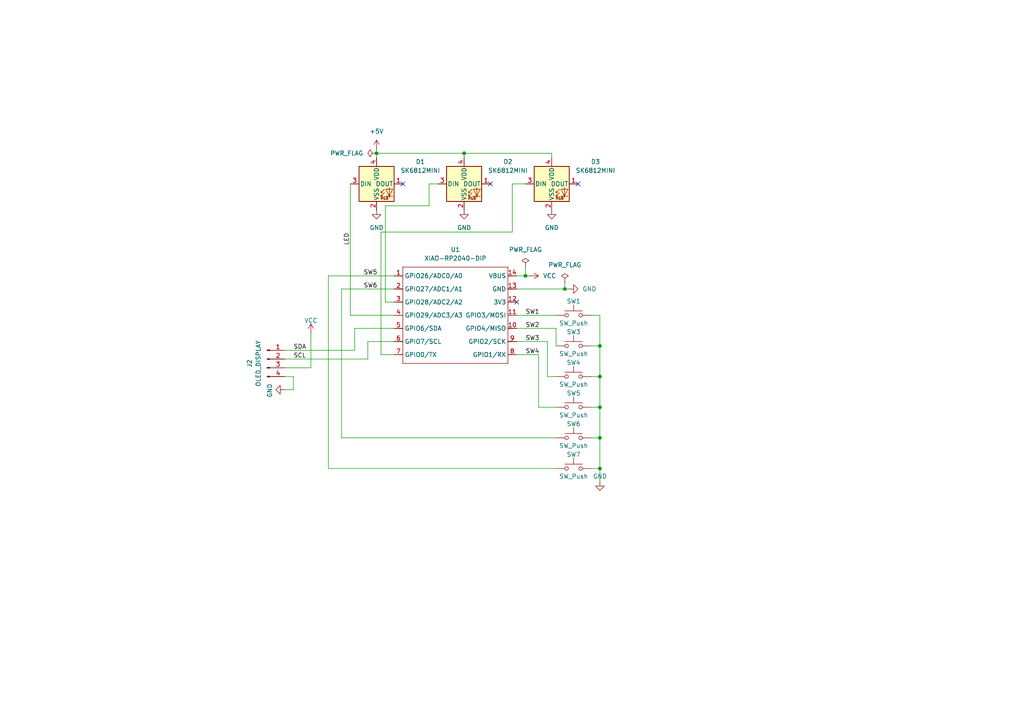
<source format=kicad_sch>
(kicad_sch
	(version 20250114)
	(generator "eeschema")
	(generator_version "9.0")
	(uuid "55378442-19b5-4573-bba2-3f9fadfc9eb7")
	(paper "A4")
	(lib_symbols
		(symbol "Connector:Conn_01x04_Pin"
			(pin_names
				(offset 1.016)
				(hide yes)
			)
			(exclude_from_sim no)
			(in_bom yes)
			(on_board yes)
			(property "Reference" "J"
				(at 0 5.08 0)
				(effects
					(font
						(size 1.27 1.27)
					)
				)
			)
			(property "Value" "Conn_01x04_Pin"
				(at 0 -7.62 0)
				(effects
					(font
						(size 1.27 1.27)
					)
				)
			)
			(property "Footprint" ""
				(at 0 0 0)
				(effects
					(font
						(size 1.27 1.27)
					)
					(hide yes)
				)
			)
			(property "Datasheet" "~"
				(at 0 0 0)
				(effects
					(font
						(size 1.27 1.27)
					)
					(hide yes)
				)
			)
			(property "Description" "Generic connector, single row, 01x04, script generated"
				(at 0 0 0)
				(effects
					(font
						(size 1.27 1.27)
					)
					(hide yes)
				)
			)
			(property "ki_locked" ""
				(at 0 0 0)
				(effects
					(font
						(size 1.27 1.27)
					)
				)
			)
			(property "ki_keywords" "connector"
				(at 0 0 0)
				(effects
					(font
						(size 1.27 1.27)
					)
					(hide yes)
				)
			)
			(property "ki_fp_filters" "Connector*:*_1x??_*"
				(at 0 0 0)
				(effects
					(font
						(size 1.27 1.27)
					)
					(hide yes)
				)
			)
			(symbol "Conn_01x04_Pin_1_1"
				(rectangle
					(start 0.8636 2.667)
					(end 0 2.413)
					(stroke
						(width 0.1524)
						(type default)
					)
					(fill
						(type outline)
					)
				)
				(rectangle
					(start 0.8636 0.127)
					(end 0 -0.127)
					(stroke
						(width 0.1524)
						(type default)
					)
					(fill
						(type outline)
					)
				)
				(rectangle
					(start 0.8636 -2.413)
					(end 0 -2.667)
					(stroke
						(width 0.1524)
						(type default)
					)
					(fill
						(type outline)
					)
				)
				(rectangle
					(start 0.8636 -4.953)
					(end 0 -5.207)
					(stroke
						(width 0.1524)
						(type default)
					)
					(fill
						(type outline)
					)
				)
				(polyline
					(pts
						(xy 1.27 2.54) (xy 0.8636 2.54)
					)
					(stroke
						(width 0.1524)
						(type default)
					)
					(fill
						(type none)
					)
				)
				(polyline
					(pts
						(xy 1.27 0) (xy 0.8636 0)
					)
					(stroke
						(width 0.1524)
						(type default)
					)
					(fill
						(type none)
					)
				)
				(polyline
					(pts
						(xy 1.27 -2.54) (xy 0.8636 -2.54)
					)
					(stroke
						(width 0.1524)
						(type default)
					)
					(fill
						(type none)
					)
				)
				(polyline
					(pts
						(xy 1.27 -5.08) (xy 0.8636 -5.08)
					)
					(stroke
						(width 0.1524)
						(type default)
					)
					(fill
						(type none)
					)
				)
				(pin passive line
					(at 5.08 2.54 180)
					(length 3.81)
					(name "Pin_1"
						(effects
							(font
								(size 1.27 1.27)
							)
						)
					)
					(number "1"
						(effects
							(font
								(size 1.27 1.27)
							)
						)
					)
				)
				(pin passive line
					(at 5.08 0 180)
					(length 3.81)
					(name "Pin_2"
						(effects
							(font
								(size 1.27 1.27)
							)
						)
					)
					(number "2"
						(effects
							(font
								(size 1.27 1.27)
							)
						)
					)
				)
				(pin passive line
					(at 5.08 -2.54 180)
					(length 3.81)
					(name "Pin_3"
						(effects
							(font
								(size 1.27 1.27)
							)
						)
					)
					(number "3"
						(effects
							(font
								(size 1.27 1.27)
							)
						)
					)
				)
				(pin passive line
					(at 5.08 -5.08 180)
					(length 3.81)
					(name "Pin_4"
						(effects
							(font
								(size 1.27 1.27)
							)
						)
					)
					(number "4"
						(effects
							(font
								(size 1.27 1.27)
							)
						)
					)
				)
			)
			(embedded_fonts no)
		)
		(symbol "LED:SK6812MINI"
			(pin_names
				(offset 0.254)
			)
			(exclude_from_sim no)
			(in_bom yes)
			(on_board yes)
			(property "Reference" "D"
				(at 5.08 5.715 0)
				(effects
					(font
						(size 1.27 1.27)
					)
					(justify right bottom)
				)
			)
			(property "Value" "SK6812MINI"
				(at 1.27 -5.715 0)
				(effects
					(font
						(size 1.27 1.27)
					)
					(justify left top)
				)
			)
			(property "Footprint" "LED_SMD:LED_SK6812MINI_PLCC4_3.5x3.5mm_P1.75mm"
				(at 1.27 -7.62 0)
				(effects
					(font
						(size 1.27 1.27)
					)
					(justify left top)
					(hide yes)
				)
			)
			(property "Datasheet" "https://cdn-shop.adafruit.com/product-files/2686/SK6812MINI_REV.01-1-2.pdf"
				(at 2.54 -9.525 0)
				(effects
					(font
						(size 1.27 1.27)
					)
					(justify left top)
					(hide yes)
				)
			)
			(property "Description" "RGB LED with integrated controller"
				(at 0 0 0)
				(effects
					(font
						(size 1.27 1.27)
					)
					(hide yes)
				)
			)
			(property "ki_keywords" "RGB LED NeoPixel Mini addressable"
				(at 0 0 0)
				(effects
					(font
						(size 1.27 1.27)
					)
					(hide yes)
				)
			)
			(property "ki_fp_filters" "LED*SK6812MINI*PLCC*3.5x3.5mm*P1.75mm*"
				(at 0 0 0)
				(effects
					(font
						(size 1.27 1.27)
					)
					(hide yes)
				)
			)
			(symbol "SK6812MINI_0_0"
				(text "RGB"
					(at 2.286 -4.191 0)
					(effects
						(font
							(size 0.762 0.762)
						)
					)
				)
			)
			(symbol "SK6812MINI_0_1"
				(polyline
					(pts
						(xy 1.27 -2.54) (xy 1.778 -2.54)
					)
					(stroke
						(width 0)
						(type default)
					)
					(fill
						(type none)
					)
				)
				(polyline
					(pts
						(xy 1.27 -3.556) (xy 1.778 -3.556)
					)
					(stroke
						(width 0)
						(type default)
					)
					(fill
						(type none)
					)
				)
				(polyline
					(pts
						(xy 2.286 -1.524) (xy 1.27 -2.54) (xy 1.27 -2.032)
					)
					(stroke
						(width 0)
						(type default)
					)
					(fill
						(type none)
					)
				)
				(polyline
					(pts
						(xy 2.286 -2.54) (xy 1.27 -3.556) (xy 1.27 -3.048)
					)
					(stroke
						(width 0)
						(type default)
					)
					(fill
						(type none)
					)
				)
				(polyline
					(pts
						(xy 3.683 -1.016) (xy 3.683 -3.556) (xy 3.683 -4.064)
					)
					(stroke
						(width 0)
						(type default)
					)
					(fill
						(type none)
					)
				)
				(polyline
					(pts
						(xy 4.699 -1.524) (xy 2.667 -1.524) (xy 3.683 -3.556) (xy 4.699 -1.524)
					)
					(stroke
						(width 0)
						(type default)
					)
					(fill
						(type none)
					)
				)
				(polyline
					(pts
						(xy 4.699 -3.556) (xy 2.667 -3.556)
					)
					(stroke
						(width 0)
						(type default)
					)
					(fill
						(type none)
					)
				)
				(rectangle
					(start 5.08 5.08)
					(end -5.08 -5.08)
					(stroke
						(width 0.254)
						(type default)
					)
					(fill
						(type background)
					)
				)
			)
			(symbol "SK6812MINI_1_1"
				(pin input line
					(at -7.62 0 0)
					(length 2.54)
					(name "DIN"
						(effects
							(font
								(size 1.27 1.27)
							)
						)
					)
					(number "3"
						(effects
							(font
								(size 1.27 1.27)
							)
						)
					)
				)
				(pin power_in line
					(at 0 7.62 270)
					(length 2.54)
					(name "VDD"
						(effects
							(font
								(size 1.27 1.27)
							)
						)
					)
					(number "4"
						(effects
							(font
								(size 1.27 1.27)
							)
						)
					)
				)
				(pin power_in line
					(at 0 -7.62 90)
					(length 2.54)
					(name "VSS"
						(effects
							(font
								(size 1.27 1.27)
							)
						)
					)
					(number "2"
						(effects
							(font
								(size 1.27 1.27)
							)
						)
					)
				)
				(pin output line
					(at 7.62 0 180)
					(length 2.54)
					(name "DOUT"
						(effects
							(font
								(size 1.27 1.27)
							)
						)
					)
					(number "1"
						(effects
							(font
								(size 1.27 1.27)
							)
						)
					)
				)
			)
			(embedded_fonts no)
		)
		(symbol "OPL:XIAO-RP2040-DIP"
			(exclude_from_sim no)
			(in_bom yes)
			(on_board yes)
			(property "Reference" "U"
				(at 0 0 0)
				(effects
					(font
						(size 1.27 1.27)
					)
				)
			)
			(property "Value" "XIAO-RP2040-DIP"
				(at 5.334 -1.778 0)
				(effects
					(font
						(size 1.27 1.27)
					)
				)
			)
			(property "Footprint" "Module:MOUDLE14P-XIAO-DIP-SMD"
				(at 14.478 -32.258 0)
				(effects
					(font
						(size 1.27 1.27)
					)
					(hide yes)
				)
			)
			(property "Datasheet" ""
				(at 0 0 0)
				(effects
					(font
						(size 1.27 1.27)
					)
					(hide yes)
				)
			)
			(property "Description" ""
				(at 0 0 0)
				(effects
					(font
						(size 1.27 1.27)
					)
					(hide yes)
				)
			)
			(symbol "XIAO-RP2040-DIP_1_0"
				(polyline
					(pts
						(xy -1.27 -2.54) (xy 29.21 -2.54)
					)
					(stroke
						(width 0.1524)
						(type solid)
					)
					(fill
						(type none)
					)
				)
				(polyline
					(pts
						(xy -1.27 -5.08) (xy -2.54 -5.08)
					)
					(stroke
						(width 0.1524)
						(type solid)
					)
					(fill
						(type none)
					)
				)
				(polyline
					(pts
						(xy -1.27 -5.08) (xy -1.27 -2.54)
					)
					(stroke
						(width 0.1524)
						(type solid)
					)
					(fill
						(type none)
					)
				)
				(polyline
					(pts
						(xy -1.27 -8.89) (xy -2.54 -8.89)
					)
					(stroke
						(width 0.1524)
						(type solid)
					)
					(fill
						(type none)
					)
				)
				(polyline
					(pts
						(xy -1.27 -8.89) (xy -1.27 -5.08)
					)
					(stroke
						(width 0.1524)
						(type solid)
					)
					(fill
						(type none)
					)
				)
				(polyline
					(pts
						(xy -1.27 -12.7) (xy -2.54 -12.7)
					)
					(stroke
						(width 0.1524)
						(type solid)
					)
					(fill
						(type none)
					)
				)
				(polyline
					(pts
						(xy -1.27 -12.7) (xy -1.27 -8.89)
					)
					(stroke
						(width 0.1524)
						(type solid)
					)
					(fill
						(type none)
					)
				)
				(polyline
					(pts
						(xy -1.27 -16.51) (xy -2.54 -16.51)
					)
					(stroke
						(width 0.1524)
						(type solid)
					)
					(fill
						(type none)
					)
				)
				(polyline
					(pts
						(xy -1.27 -16.51) (xy -1.27 -12.7)
					)
					(stroke
						(width 0.1524)
						(type solid)
					)
					(fill
						(type none)
					)
				)
				(polyline
					(pts
						(xy -1.27 -20.32) (xy -2.54 -20.32)
					)
					(stroke
						(width 0.1524)
						(type solid)
					)
					(fill
						(type none)
					)
				)
				(polyline
					(pts
						(xy -1.27 -24.13) (xy -2.54 -24.13)
					)
					(stroke
						(width 0.1524)
						(type solid)
					)
					(fill
						(type none)
					)
				)
				(polyline
					(pts
						(xy -1.27 -27.94) (xy -2.54 -27.94)
					)
					(stroke
						(width 0.1524)
						(type solid)
					)
					(fill
						(type none)
					)
				)
				(polyline
					(pts
						(xy -1.27 -30.48) (xy -1.27 -16.51)
					)
					(stroke
						(width 0.1524)
						(type solid)
					)
					(fill
						(type none)
					)
				)
				(polyline
					(pts
						(xy 29.21 -2.54) (xy 29.21 -5.08)
					)
					(stroke
						(width 0.1524)
						(type solid)
					)
					(fill
						(type none)
					)
				)
				(polyline
					(pts
						(xy 29.21 -5.08) (xy 29.21 -8.89)
					)
					(stroke
						(width 0.1524)
						(type solid)
					)
					(fill
						(type none)
					)
				)
				(polyline
					(pts
						(xy 29.21 -8.89) (xy 29.21 -12.7)
					)
					(stroke
						(width 0.1524)
						(type solid)
					)
					(fill
						(type none)
					)
				)
				(polyline
					(pts
						(xy 29.21 -12.7) (xy 29.21 -30.48)
					)
					(stroke
						(width 0.1524)
						(type solid)
					)
					(fill
						(type none)
					)
				)
				(polyline
					(pts
						(xy 29.21 -30.48) (xy -1.27 -30.48)
					)
					(stroke
						(width 0.1524)
						(type solid)
					)
					(fill
						(type none)
					)
				)
				(polyline
					(pts
						(xy 30.48 -5.08) (xy 29.21 -5.08)
					)
					(stroke
						(width 0.1524)
						(type solid)
					)
					(fill
						(type none)
					)
				)
				(polyline
					(pts
						(xy 30.48 -8.89) (xy 29.21 -8.89)
					)
					(stroke
						(width 0.1524)
						(type solid)
					)
					(fill
						(type none)
					)
				)
				(polyline
					(pts
						(xy 30.48 -12.7) (xy 29.21 -12.7)
					)
					(stroke
						(width 0.1524)
						(type solid)
					)
					(fill
						(type none)
					)
				)
				(polyline
					(pts
						(xy 30.48 -16.51) (xy 29.21 -16.51)
					)
					(stroke
						(width 0.1524)
						(type solid)
					)
					(fill
						(type none)
					)
				)
				(polyline
					(pts
						(xy 30.48 -20.32) (xy 29.21 -20.32)
					)
					(stroke
						(width 0.1524)
						(type solid)
					)
					(fill
						(type none)
					)
				)
				(polyline
					(pts
						(xy 30.48 -24.13) (xy 29.21 -24.13)
					)
					(stroke
						(width 0.1524)
						(type solid)
					)
					(fill
						(type none)
					)
				)
				(polyline
					(pts
						(xy 30.48 -27.94) (xy 29.21 -27.94)
					)
					(stroke
						(width 0.1524)
						(type solid)
					)
					(fill
						(type none)
					)
				)
				(pin passive line
					(at -3.81 -5.08 0)
					(length 2.54)
					(name "GPIO26/ADC0/A0"
						(effects
							(font
								(size 1.27 1.27)
							)
						)
					)
					(number "1"
						(effects
							(font
								(size 1.27 1.27)
							)
						)
					)
				)
				(pin passive line
					(at -3.81 -8.89 0)
					(length 2.54)
					(name "GPIO27/ADC1/A1"
						(effects
							(font
								(size 1.27 1.27)
							)
						)
					)
					(number "2"
						(effects
							(font
								(size 1.27 1.27)
							)
						)
					)
				)
				(pin passive line
					(at -3.81 -12.7 0)
					(length 2.54)
					(name "GPIO28/ADC2/A2"
						(effects
							(font
								(size 1.27 1.27)
							)
						)
					)
					(number "3"
						(effects
							(font
								(size 1.27 1.27)
							)
						)
					)
				)
				(pin passive line
					(at -3.81 -16.51 0)
					(length 2.54)
					(name "GPIO29/ADC3/A3"
						(effects
							(font
								(size 1.27 1.27)
							)
						)
					)
					(number "4"
						(effects
							(font
								(size 1.27 1.27)
							)
						)
					)
				)
				(pin passive line
					(at -3.81 -20.32 0)
					(length 2.54)
					(name "GPIO6/SDA"
						(effects
							(font
								(size 1.27 1.27)
							)
						)
					)
					(number "5"
						(effects
							(font
								(size 1.27 1.27)
							)
						)
					)
				)
				(pin passive line
					(at -3.81 -24.13 0)
					(length 2.54)
					(name "GPIO7/SCL"
						(effects
							(font
								(size 1.27 1.27)
							)
						)
					)
					(number "6"
						(effects
							(font
								(size 1.27 1.27)
							)
						)
					)
				)
				(pin passive line
					(at -3.81 -27.94 0)
					(length 2.54)
					(name "GPIO0/TX"
						(effects
							(font
								(size 1.27 1.27)
							)
						)
					)
					(number "7"
						(effects
							(font
								(size 1.27 1.27)
							)
						)
					)
				)
				(pin passive line
					(at 31.75 -5.08 180)
					(length 2.54)
					(name "VBUS"
						(effects
							(font
								(size 1.27 1.27)
							)
						)
					)
					(number "14"
						(effects
							(font
								(size 1.27 1.27)
							)
						)
					)
				)
				(pin passive line
					(at 31.75 -8.89 180)
					(length 2.54)
					(name "GND"
						(effects
							(font
								(size 1.27 1.27)
							)
						)
					)
					(number "13"
						(effects
							(font
								(size 1.27 1.27)
							)
						)
					)
				)
				(pin passive line
					(at 31.75 -12.7 180)
					(length 2.54)
					(name "3V3"
						(effects
							(font
								(size 1.27 1.27)
							)
						)
					)
					(number "12"
						(effects
							(font
								(size 1.27 1.27)
							)
						)
					)
				)
				(pin passive line
					(at 31.75 -16.51 180)
					(length 2.54)
					(name "GPIO3/MOSI"
						(effects
							(font
								(size 1.27 1.27)
							)
						)
					)
					(number "11"
						(effects
							(font
								(size 1.27 1.27)
							)
						)
					)
				)
				(pin passive line
					(at 31.75 -20.32 180)
					(length 2.54)
					(name "GPIO4/MISO"
						(effects
							(font
								(size 1.27 1.27)
							)
						)
					)
					(number "10"
						(effects
							(font
								(size 1.27 1.27)
							)
						)
					)
				)
				(pin passive line
					(at 31.75 -24.13 180)
					(length 2.54)
					(name "GPIO2/SCK"
						(effects
							(font
								(size 1.27 1.27)
							)
						)
					)
					(number "9"
						(effects
							(font
								(size 1.27 1.27)
							)
						)
					)
				)
				(pin passive line
					(at 31.75 -27.94 180)
					(length 2.54)
					(name "GPIO1/RX"
						(effects
							(font
								(size 1.27 1.27)
							)
						)
					)
					(number "8"
						(effects
							(font
								(size 1.27 1.27)
							)
						)
					)
				)
			)
			(embedded_fonts no)
		)
		(symbol "Switch:SW_Push"
			(pin_numbers
				(hide yes)
			)
			(pin_names
				(offset 1.016)
				(hide yes)
			)
			(exclude_from_sim no)
			(in_bom yes)
			(on_board yes)
			(property "Reference" "SW"
				(at 1.27 2.54 0)
				(effects
					(font
						(size 1.27 1.27)
					)
					(justify left)
				)
			)
			(property "Value" "SW_Push"
				(at 0 -1.524 0)
				(effects
					(font
						(size 1.27 1.27)
					)
				)
			)
			(property "Footprint" ""
				(at 0 5.08 0)
				(effects
					(font
						(size 1.27 1.27)
					)
					(hide yes)
				)
			)
			(property "Datasheet" "~"
				(at 0 5.08 0)
				(effects
					(font
						(size 1.27 1.27)
					)
					(hide yes)
				)
			)
			(property "Description" "Push button switch, generic, two pins"
				(at 0 0 0)
				(effects
					(font
						(size 1.27 1.27)
					)
					(hide yes)
				)
			)
			(property "ki_keywords" "switch normally-open pushbutton push-button"
				(at 0 0 0)
				(effects
					(font
						(size 1.27 1.27)
					)
					(hide yes)
				)
			)
			(symbol "SW_Push_0_1"
				(circle
					(center -2.032 0)
					(radius 0.508)
					(stroke
						(width 0)
						(type default)
					)
					(fill
						(type none)
					)
				)
				(polyline
					(pts
						(xy 0 1.27) (xy 0 3.048)
					)
					(stroke
						(width 0)
						(type default)
					)
					(fill
						(type none)
					)
				)
				(circle
					(center 2.032 0)
					(radius 0.508)
					(stroke
						(width 0)
						(type default)
					)
					(fill
						(type none)
					)
				)
				(polyline
					(pts
						(xy 2.54 1.27) (xy -2.54 1.27)
					)
					(stroke
						(width 0)
						(type default)
					)
					(fill
						(type none)
					)
				)
				(pin passive line
					(at -5.08 0 0)
					(length 2.54)
					(name "1"
						(effects
							(font
								(size 1.27 1.27)
							)
						)
					)
					(number "1"
						(effects
							(font
								(size 1.27 1.27)
							)
						)
					)
				)
				(pin passive line
					(at 5.08 0 180)
					(length 2.54)
					(name "2"
						(effects
							(font
								(size 1.27 1.27)
							)
						)
					)
					(number "2"
						(effects
							(font
								(size 1.27 1.27)
							)
						)
					)
				)
			)
			(embedded_fonts no)
		)
		(symbol "power:+5V"
			(power)
			(pin_numbers
				(hide yes)
			)
			(pin_names
				(offset 0)
				(hide yes)
			)
			(exclude_from_sim no)
			(in_bom yes)
			(on_board yes)
			(property "Reference" "#PWR"
				(at 0 -3.81 0)
				(effects
					(font
						(size 1.27 1.27)
					)
					(hide yes)
				)
			)
			(property "Value" "+5V"
				(at 0 3.556 0)
				(effects
					(font
						(size 1.27 1.27)
					)
				)
			)
			(property "Footprint" ""
				(at 0 0 0)
				(effects
					(font
						(size 1.27 1.27)
					)
					(hide yes)
				)
			)
			(property "Datasheet" ""
				(at 0 0 0)
				(effects
					(font
						(size 1.27 1.27)
					)
					(hide yes)
				)
			)
			(property "Description" "Power symbol creates a global label with name \"+5V\""
				(at 0 0 0)
				(effects
					(font
						(size 1.27 1.27)
					)
					(hide yes)
				)
			)
			(property "ki_keywords" "global power"
				(at 0 0 0)
				(effects
					(font
						(size 1.27 1.27)
					)
					(hide yes)
				)
			)
			(symbol "+5V_0_1"
				(polyline
					(pts
						(xy -0.762 1.27) (xy 0 2.54)
					)
					(stroke
						(width 0)
						(type default)
					)
					(fill
						(type none)
					)
				)
				(polyline
					(pts
						(xy 0 2.54) (xy 0.762 1.27)
					)
					(stroke
						(width 0)
						(type default)
					)
					(fill
						(type none)
					)
				)
				(polyline
					(pts
						(xy 0 0) (xy 0 2.54)
					)
					(stroke
						(width 0)
						(type default)
					)
					(fill
						(type none)
					)
				)
			)
			(symbol "+5V_1_1"
				(pin power_in line
					(at 0 0 90)
					(length 0)
					(name "~"
						(effects
							(font
								(size 1.27 1.27)
							)
						)
					)
					(number "1"
						(effects
							(font
								(size 1.27 1.27)
							)
						)
					)
				)
			)
			(embedded_fonts no)
		)
		(symbol "power:GND"
			(power)
			(pin_numbers
				(hide yes)
			)
			(pin_names
				(offset 0)
				(hide yes)
			)
			(exclude_from_sim no)
			(in_bom yes)
			(on_board yes)
			(property "Reference" "#PWR"
				(at 0 -6.35 0)
				(effects
					(font
						(size 1.27 1.27)
					)
					(hide yes)
				)
			)
			(property "Value" "GND"
				(at 0 -3.81 0)
				(effects
					(font
						(size 1.27 1.27)
					)
				)
			)
			(property "Footprint" ""
				(at 0 0 0)
				(effects
					(font
						(size 1.27 1.27)
					)
					(hide yes)
				)
			)
			(property "Datasheet" ""
				(at 0 0 0)
				(effects
					(font
						(size 1.27 1.27)
					)
					(hide yes)
				)
			)
			(property "Description" "Power symbol creates a global label with name \"GND\" , ground"
				(at 0 0 0)
				(effects
					(font
						(size 1.27 1.27)
					)
					(hide yes)
				)
			)
			(property "ki_keywords" "global power"
				(at 0 0 0)
				(effects
					(font
						(size 1.27 1.27)
					)
					(hide yes)
				)
			)
			(symbol "GND_0_1"
				(polyline
					(pts
						(xy 0 0) (xy 0 -1.27) (xy 1.27 -1.27) (xy 0 -2.54) (xy -1.27 -1.27) (xy 0 -1.27)
					)
					(stroke
						(width 0)
						(type default)
					)
					(fill
						(type none)
					)
				)
			)
			(symbol "GND_1_1"
				(pin power_in line
					(at 0 0 270)
					(length 0)
					(name "~"
						(effects
							(font
								(size 1.27 1.27)
							)
						)
					)
					(number "1"
						(effects
							(font
								(size 1.27 1.27)
							)
						)
					)
				)
			)
			(embedded_fonts no)
		)
		(symbol "power:PWR_FLAG"
			(power)
			(pin_numbers
				(hide yes)
			)
			(pin_names
				(offset 0)
				(hide yes)
			)
			(exclude_from_sim no)
			(in_bom yes)
			(on_board yes)
			(property "Reference" "#FLG"
				(at 0 1.905 0)
				(effects
					(font
						(size 1.27 1.27)
					)
					(hide yes)
				)
			)
			(property "Value" "PWR_FLAG"
				(at 0 3.81 0)
				(effects
					(font
						(size 1.27 1.27)
					)
				)
			)
			(property "Footprint" ""
				(at 0 0 0)
				(effects
					(font
						(size 1.27 1.27)
					)
					(hide yes)
				)
			)
			(property "Datasheet" "~"
				(at 0 0 0)
				(effects
					(font
						(size 1.27 1.27)
					)
					(hide yes)
				)
			)
			(property "Description" "Special symbol for telling ERC where power comes from"
				(at 0 0 0)
				(effects
					(font
						(size 1.27 1.27)
					)
					(hide yes)
				)
			)
			(property "ki_keywords" "flag power"
				(at 0 0 0)
				(effects
					(font
						(size 1.27 1.27)
					)
					(hide yes)
				)
			)
			(symbol "PWR_FLAG_0_0"
				(pin power_out line
					(at 0 0 90)
					(length 0)
					(name "~"
						(effects
							(font
								(size 1.27 1.27)
							)
						)
					)
					(number "1"
						(effects
							(font
								(size 1.27 1.27)
							)
						)
					)
				)
			)
			(symbol "PWR_FLAG_0_1"
				(polyline
					(pts
						(xy 0 0) (xy 0 1.27) (xy -1.016 1.905) (xy 0 2.54) (xy 1.016 1.905) (xy 0 1.27)
					)
					(stroke
						(width 0)
						(type default)
					)
					(fill
						(type none)
					)
				)
			)
			(embedded_fonts no)
		)
		(symbol "power:VCC"
			(power)
			(pin_numbers
				(hide yes)
			)
			(pin_names
				(offset 0)
				(hide yes)
			)
			(exclude_from_sim no)
			(in_bom yes)
			(on_board yes)
			(property "Reference" "#PWR"
				(at 0 -3.81 0)
				(effects
					(font
						(size 1.27 1.27)
					)
					(hide yes)
				)
			)
			(property "Value" "VCC"
				(at 0 3.556 0)
				(effects
					(font
						(size 1.27 1.27)
					)
				)
			)
			(property "Footprint" ""
				(at 0 0 0)
				(effects
					(font
						(size 1.27 1.27)
					)
					(hide yes)
				)
			)
			(property "Datasheet" ""
				(at 0 0 0)
				(effects
					(font
						(size 1.27 1.27)
					)
					(hide yes)
				)
			)
			(property "Description" "Power symbol creates a global label with name \"VCC\""
				(at 0 0 0)
				(effects
					(font
						(size 1.27 1.27)
					)
					(hide yes)
				)
			)
			(property "ki_keywords" "global power"
				(at 0 0 0)
				(effects
					(font
						(size 1.27 1.27)
					)
					(hide yes)
				)
			)
			(symbol "VCC_0_1"
				(polyline
					(pts
						(xy -0.762 1.27) (xy 0 2.54)
					)
					(stroke
						(width 0)
						(type default)
					)
					(fill
						(type none)
					)
				)
				(polyline
					(pts
						(xy 0 2.54) (xy 0.762 1.27)
					)
					(stroke
						(width 0)
						(type default)
					)
					(fill
						(type none)
					)
				)
				(polyline
					(pts
						(xy 0 0) (xy 0 2.54)
					)
					(stroke
						(width 0)
						(type default)
					)
					(fill
						(type none)
					)
				)
			)
			(symbol "VCC_1_1"
				(pin power_in line
					(at 0 0 90)
					(length 0)
					(name "~"
						(effects
							(font
								(size 1.27 1.27)
							)
						)
					)
					(number "1"
						(effects
							(font
								(size 1.27 1.27)
							)
						)
					)
				)
			)
			(embedded_fonts no)
		)
	)
	(junction
		(at 163.83 83.82)
		(diameter 0)
		(color 0 0 0 0)
		(uuid "01803f3c-c4df-4e6b-98c0-80e934e6b118")
	)
	(junction
		(at 134.62 44.45)
		(diameter 0)
		(color 0 0 0 0)
		(uuid "09f3df70-b627-4e03-b5a0-e6a4a9b3d41d")
	)
	(junction
		(at 173.99 118.11)
		(diameter 0)
		(color 0 0 0 0)
		(uuid "45d59a6c-bcbd-4dfc-8b9a-7539c90408ba")
	)
	(junction
		(at 109.22 44.45)
		(diameter 0)
		(color 0 0 0 0)
		(uuid "6e8c5c77-0198-49f0-b178-1e44edda1297")
	)
	(junction
		(at 173.99 100.33)
		(diameter 0)
		(color 0 0 0 0)
		(uuid "914a3362-189b-4d09-a6b3-105b3b743098")
	)
	(junction
		(at 173.99 127)
		(diameter 0)
		(color 0 0 0 0)
		(uuid "9be4ef2f-428e-4d2b-9807-f0c2a96c05ef")
	)
	(junction
		(at 173.99 109.22)
		(diameter 0)
		(color 0 0 0 0)
		(uuid "cf66af57-0713-48e8-98ca-27e224e74f4b")
	)
	(junction
		(at 173.99 135.89)
		(diameter 0)
		(color 0 0 0 0)
		(uuid "f06791e7-8b13-4f1f-90a8-24f1662470f7")
	)
	(junction
		(at 152.4 80.01)
		(diameter 0)
		(color 0 0 0 0)
		(uuid "fc8481bf-e2f7-45c3-9c16-e06e7ccf958d")
	)
	(no_connect
		(at 167.64 53.34)
		(uuid "02756348-637c-4912-97d6-408dd4f00291")
	)
	(no_connect
		(at 142.24 53.34)
		(uuid "0cf18ba7-468d-4a8b-a155-02f70c43a061")
	)
	(no_connect
		(at 149.86 87.63)
		(uuid "eb823134-0f49-4021-8247-1bc5d75fe4fa")
	)
	(no_connect
		(at 116.84 53.34)
		(uuid "fde1ecc4-56e2-4e90-95b9-7fe36e0c0a90")
	)
	(wire
		(pts
			(xy 85.09 113.03) (xy 82.55 113.03)
		)
		(stroke
			(width 0)
			(type default)
		)
		(uuid "03bd0b4e-b83d-4c97-b94d-bbf40a3cec5c")
	)
	(wire
		(pts
			(xy 101.6 91.44) (xy 114.3 91.44)
		)
		(stroke
			(width 0)
			(type default)
		)
		(uuid "12393a76-a13c-43ca-90d0-56f1cf165b63")
	)
	(wire
		(pts
			(xy 114.3 102.87) (xy 110.49 102.87)
		)
		(stroke
			(width 0)
			(type default)
		)
		(uuid "12427e08-4fde-496b-bd96-5bc0b00589a2")
	)
	(wire
		(pts
			(xy 109.22 44.45) (xy 109.22 45.72)
		)
		(stroke
			(width 0)
			(type default)
		)
		(uuid "1a6ded04-4949-492c-a221-438ba6dc9583")
	)
	(wire
		(pts
			(xy 134.62 44.45) (xy 160.02 44.45)
		)
		(stroke
			(width 0)
			(type default)
		)
		(uuid "1cb2b418-38ab-42d4-819c-d5a4d7284f89")
	)
	(wire
		(pts
			(xy 163.83 83.82) (xy 163.83 81.915)
		)
		(stroke
			(width 0)
			(type default)
		)
		(uuid "21dfb95c-010f-49f4-aacf-9473edb8378a")
	)
	(wire
		(pts
			(xy 109.22 44.45) (xy 134.62 44.45)
		)
		(stroke
			(width 0)
			(type default)
		)
		(uuid "2216281e-8801-415a-a566-2c641146c8a6")
	)
	(wire
		(pts
			(xy 173.99 100.33) (xy 173.99 109.22)
		)
		(stroke
			(width 0)
			(type default)
		)
		(uuid "27a812b4-c929-4682-99d3-b349c8f4242a")
	)
	(wire
		(pts
			(xy 82.55 101.6) (xy 102.87 101.6)
		)
		(stroke
			(width 0)
			(type default)
		)
		(uuid "28933857-023d-4e88-97e9-f636c0d75db1")
	)
	(wire
		(pts
			(xy 110.49 67.31) (xy 148.59 67.31)
		)
		(stroke
			(width 0)
			(type default)
		)
		(uuid "2a029438-6a3f-428c-8283-df7de6c7edf8")
	)
	(wire
		(pts
			(xy 171.45 100.33) (xy 173.99 100.33)
		)
		(stroke
			(width 0)
			(type default)
		)
		(uuid "304d0575-6838-49d4-9a93-327d53ac47e5")
	)
	(wire
		(pts
			(xy 111.76 59.69) (xy 124.46 59.69)
		)
		(stroke
			(width 0)
			(type default)
		)
		(uuid "32ee9b18-260c-46a6-81e8-8f936b3b2159")
	)
	(wire
		(pts
			(xy 171.45 109.22) (xy 173.99 109.22)
		)
		(stroke
			(width 0)
			(type default)
		)
		(uuid "3d290687-2988-4cc5-ab7f-6a0092a8358b")
	)
	(wire
		(pts
			(xy 158.75 99.06) (xy 149.86 99.06)
		)
		(stroke
			(width 0)
			(type default)
		)
		(uuid "3ed87af6-215f-414a-9d87-ea9440251ed0")
	)
	(wire
		(pts
			(xy 124.46 53.34) (xy 127 53.34)
		)
		(stroke
			(width 0)
			(type default)
		)
		(uuid "3f3a62fa-7842-4875-b281-778d3d548160")
	)
	(wire
		(pts
			(xy 173.99 118.11) (xy 173.99 127)
		)
		(stroke
			(width 0)
			(type default)
		)
		(uuid "442fed9d-a2f4-45cc-b2df-7a9ef45f18bf")
	)
	(wire
		(pts
			(xy 106.68 99.06) (xy 114.3 99.06)
		)
		(stroke
			(width 0)
			(type default)
		)
		(uuid "464271ad-9d0f-4e5f-b229-d06bd4eb7b9c")
	)
	(wire
		(pts
			(xy 102.87 101.6) (xy 102.87 95.25)
		)
		(stroke
			(width 0)
			(type default)
		)
		(uuid "46f37d07-456a-4078-91a6-5521d8745532")
	)
	(wire
		(pts
			(xy 171.45 118.11) (xy 173.99 118.11)
		)
		(stroke
			(width 0)
			(type default)
		)
		(uuid "4d32416f-a481-49b8-99d5-8d4d2e6a49c4")
	)
	(wire
		(pts
			(xy 111.76 87.63) (xy 111.76 59.69)
		)
		(stroke
			(width 0)
			(type default)
		)
		(uuid "57167a63-0436-4a17-876e-d423ea13eba1")
	)
	(wire
		(pts
			(xy 173.99 135.89) (xy 173.99 139.7)
		)
		(stroke
			(width 0)
			(type default)
		)
		(uuid "57aae790-8c08-444c-a02e-1f0b80cb8fd5")
	)
	(wire
		(pts
			(xy 160.02 45.72) (xy 160.02 44.45)
		)
		(stroke
			(width 0)
			(type default)
		)
		(uuid "6068a3f1-cdf4-4cee-b145-2bd076cb8d80")
	)
	(wire
		(pts
			(xy 152.4 77.47) (xy 152.4 80.01)
		)
		(stroke
			(width 0)
			(type default)
		)
		(uuid "616fd8e4-fafb-4b24-8710-7462e506a2bc")
	)
	(wire
		(pts
			(xy 161.29 109.22) (xy 158.75 109.22)
		)
		(stroke
			(width 0)
			(type default)
		)
		(uuid "62fd45b5-46c7-4906-8082-a7684c78246f")
	)
	(wire
		(pts
			(xy 82.55 104.14) (xy 106.68 104.14)
		)
		(stroke
			(width 0)
			(type default)
		)
		(uuid "669ea453-c18b-43b5-ae18-8bded4be29af")
	)
	(wire
		(pts
			(xy 158.75 109.22) (xy 158.75 99.06)
		)
		(stroke
			(width 0)
			(type default)
		)
		(uuid "728423f1-5cee-4d54-bb87-37c819d0de46")
	)
	(wire
		(pts
			(xy 102.87 95.25) (xy 114.3 95.25)
		)
		(stroke
			(width 0)
			(type default)
		)
		(uuid "76f0c6d3-b876-4572-9f30-f7c81f6e18a3")
	)
	(wire
		(pts
			(xy 149.86 83.82) (xy 163.83 83.82)
		)
		(stroke
			(width 0)
			(type default)
		)
		(uuid "77895833-4e3b-47a0-8e96-07d5027f83e4")
	)
	(wire
		(pts
			(xy 82.55 109.22) (xy 85.09 109.22)
		)
		(stroke
			(width 0)
			(type default)
		)
		(uuid "7b527c88-4314-43bd-897b-9be0cca6cce8")
	)
	(wire
		(pts
			(xy 95.25 80.01) (xy 95.25 135.89)
		)
		(stroke
			(width 0)
			(type default)
		)
		(uuid "7c5d28f9-5b80-4a66-8a7d-c0a7012513d7")
	)
	(wire
		(pts
			(xy 152.4 80.01) (xy 149.86 80.01)
		)
		(stroke
			(width 0)
			(type default)
		)
		(uuid "817b95e0-f9f2-4d93-9900-7057ec1f0f01")
	)
	(wire
		(pts
			(xy 173.99 109.22) (xy 173.99 118.11)
		)
		(stroke
			(width 0)
			(type default)
		)
		(uuid "857feee4-f00b-4a2f-9561-5ec6253600d9")
	)
	(wire
		(pts
			(xy 148.59 67.31) (xy 148.59 53.34)
		)
		(stroke
			(width 0)
			(type default)
		)
		(uuid "886a14d0-534b-4b93-9db8-e5135d65b3d3")
	)
	(wire
		(pts
			(xy 173.99 91.44) (xy 173.99 100.33)
		)
		(stroke
			(width 0)
			(type default)
		)
		(uuid "8a0feee1-861f-4123-8486-2b9f9808f54c")
	)
	(wire
		(pts
			(xy 156.21 102.87) (xy 156.21 118.11)
		)
		(stroke
			(width 0)
			(type default)
		)
		(uuid "91b116b5-7a60-4c09-9dcf-5654f17613f3")
	)
	(wire
		(pts
			(xy 173.99 127) (xy 173.99 135.89)
		)
		(stroke
			(width 0)
			(type default)
		)
		(uuid "949cec59-4150-4c81-ae86-e9a62b12a911")
	)
	(wire
		(pts
			(xy 161.29 127) (xy 99.06 127)
		)
		(stroke
			(width 0)
			(type default)
		)
		(uuid "9eca7063-84f1-45df-879f-db624ebb7b78")
	)
	(wire
		(pts
			(xy 161.29 95.25) (xy 149.86 95.25)
		)
		(stroke
			(width 0)
			(type default)
		)
		(uuid "a2ef6f30-ee93-4628-ae9a-d4b2219db151")
	)
	(wire
		(pts
			(xy 109.22 43.18) (xy 109.22 44.45)
		)
		(stroke
			(width 0)
			(type default)
		)
		(uuid "a56ed639-989f-4c97-adab-8b75b342f0bb")
	)
	(wire
		(pts
			(xy 110.49 102.87) (xy 110.49 67.31)
		)
		(stroke
			(width 0)
			(type default)
		)
		(uuid "aae76863-9519-49f2-91f9-1d6f5441c076")
	)
	(wire
		(pts
			(xy 99.06 127) (xy 99.06 83.82)
		)
		(stroke
			(width 0)
			(type default)
		)
		(uuid "ac0e8a7e-787f-42dc-b083-df3637b2771d")
	)
	(wire
		(pts
			(xy 149.86 102.87) (xy 156.21 102.87)
		)
		(stroke
			(width 0)
			(type default)
		)
		(uuid "ad676836-37ca-4d4e-9f91-48519cea63fa")
	)
	(wire
		(pts
			(xy 106.68 104.14) (xy 106.68 99.06)
		)
		(stroke
			(width 0)
			(type default)
		)
		(uuid "b4bfad91-9457-460f-b174-8479715e027d")
	)
	(wire
		(pts
			(xy 124.46 59.69) (xy 124.46 53.34)
		)
		(stroke
			(width 0)
			(type default)
		)
		(uuid "b7ffa099-50f4-4443-a55f-7cb438b42b81")
	)
	(wire
		(pts
			(xy 171.45 135.89) (xy 173.99 135.89)
		)
		(stroke
			(width 0)
			(type default)
		)
		(uuid "bb881a23-4395-42a9-9cde-ec353b3ca7a8")
	)
	(wire
		(pts
			(xy 156.21 118.11) (xy 161.29 118.11)
		)
		(stroke
			(width 0)
			(type default)
		)
		(uuid "c286a89f-0b60-46a3-ac65-70119095c423")
	)
	(wire
		(pts
			(xy 153.67 80.01) (xy 152.4 80.01)
		)
		(stroke
			(width 0)
			(type default)
		)
		(uuid "c2c1acb8-2e01-40c7-ba30-9cd627208d35")
	)
	(wire
		(pts
			(xy 85.09 109.22) (xy 85.09 113.03)
		)
		(stroke
			(width 0)
			(type default)
		)
		(uuid "c358e25e-9271-42fc-bfc9-a7abcb06f781")
	)
	(wire
		(pts
			(xy 165.1 83.82) (xy 163.83 83.82)
		)
		(stroke
			(width 0)
			(type default)
		)
		(uuid "cb9ba0b9-2612-44a2-be45-5c942423d683")
	)
	(wire
		(pts
			(xy 114.3 87.63) (xy 111.76 87.63)
		)
		(stroke
			(width 0)
			(type default)
		)
		(uuid "d0596446-d261-4c29-8a32-9493dbcaa603")
	)
	(wire
		(pts
			(xy 82.55 106.68) (xy 90.17 106.68)
		)
		(stroke
			(width 0)
			(type default)
		)
		(uuid "dad513d6-e67e-4a57-9292-baff9a16c24e")
	)
	(wire
		(pts
			(xy 148.59 53.34) (xy 152.4 53.34)
		)
		(stroke
			(width 0)
			(type default)
		)
		(uuid "e0ebe1e6-50b0-4a01-94a0-1736d642121b")
	)
	(wire
		(pts
			(xy 149.86 91.44) (xy 161.29 91.44)
		)
		(stroke
			(width 0)
			(type default)
		)
		(uuid "e1878c5d-12ae-4cce-9582-a8421c65fe38")
	)
	(wire
		(pts
			(xy 99.06 83.82) (xy 114.3 83.82)
		)
		(stroke
			(width 0)
			(type default)
		)
		(uuid "e48e0b4a-9eec-4adc-ae9d-f671cb59351e")
	)
	(wire
		(pts
			(xy 90.17 106.68) (xy 90.17 96.52)
		)
		(stroke
			(width 0)
			(type default)
		)
		(uuid "e77244b8-ab21-4080-a5ab-e39dd9e60f4c")
	)
	(wire
		(pts
			(xy 134.62 44.45) (xy 134.62 45.72)
		)
		(stroke
			(width 0)
			(type default)
		)
		(uuid "e8a536b7-c4be-4d80-9f83-32bd1e917d26")
	)
	(wire
		(pts
			(xy 101.6 53.34) (xy 101.6 91.44)
		)
		(stroke
			(width 0)
			(type default)
		)
		(uuid "eac012c8-8428-4e13-aa3c-be862876d4e1")
	)
	(wire
		(pts
			(xy 161.29 135.89) (xy 95.25 135.89)
		)
		(stroke
			(width 0)
			(type default)
		)
		(uuid "eb22893f-c067-4714-9c5b-e369502c0066")
	)
	(wire
		(pts
			(xy 161.29 100.33) (xy 161.29 95.25)
		)
		(stroke
			(width 0)
			(type default)
		)
		(uuid "ec7288c5-b81e-440d-9bc6-7fd9a63dfc5d")
	)
	(wire
		(pts
			(xy 171.45 91.44) (xy 173.99 91.44)
		)
		(stroke
			(width 0)
			(type default)
		)
		(uuid "f447aada-0df1-438b-a5ee-a987c668590e")
	)
	(wire
		(pts
			(xy 171.45 127) (xy 173.99 127)
		)
		(stroke
			(width 0)
			(type default)
		)
		(uuid "f7ec0269-54d1-463b-8e7a-4e552e6a1f43")
	)
	(wire
		(pts
			(xy 95.25 80.01) (xy 114.3 80.01)
		)
		(stroke
			(width 0)
			(type default)
		)
		(uuid "fb3bdb89-5a15-45d2-b5c9-12be8dc80b9e")
	)
	(label "SDA"
		(at 85.09 101.6 0)
		(effects
			(font
				(size 1.27 1.27)
			)
			(justify left bottom)
		)
		(uuid "31124b7b-12c1-48d6-bfc8-23f34ccadc94")
	)
	(label "SW6"
		(at 105.41 83.82 0)
		(effects
			(font
				(size 1.27 1.27)
			)
			(justify left bottom)
		)
		(uuid "739a0283-3396-4464-be63-c7814e29a560")
	)
	(label "SW5"
		(at 105.41 80.01 0)
		(effects
			(font
				(size 1.27 1.27)
			)
			(justify left bottom)
		)
		(uuid "761c51e8-297b-468a-92ec-f0ac5990bfd7")
	)
	(label "SW1"
		(at 152.4 91.44 0)
		(effects
			(font
				(size 1.27 1.27)
			)
			(justify left bottom)
		)
		(uuid "7d53ba54-f1b0-4fd8-bc8d-d25f51987f58")
	)
	(label "SW4"
		(at 152.4 102.87 0)
		(effects
			(font
				(size 1.27 1.27)
			)
			(justify left bottom)
		)
		(uuid "8cebba3d-2827-4c07-9852-a6603354b13b")
	)
	(label "SW3"
		(at 152.4 99.06 0)
		(effects
			(font
				(size 1.27 1.27)
			)
			(justify left bottom)
		)
		(uuid "99e470f8-5237-4ed8-8689-2ee7a2396416")
	)
	(label "LED"
		(at 101.6 71.12 90)
		(effects
			(font
				(size 1.27 1.27)
			)
			(justify left bottom)
		)
		(uuid "a8c4721e-70f6-4503-943b-545d40362dc3")
	)
	(label "SW2"
		(at 152.4 95.25 0)
		(effects
			(font
				(size 1.27 1.27)
			)
			(justify left bottom)
		)
		(uuid "b2d43d46-34f0-43c3-b77c-91438748c0ee")
	)
	(label "SCL"
		(at 85.09 104.14 0)
		(effects
			(font
				(size 1.27 1.27)
			)
			(justify left bottom)
		)
		(uuid "de3caf21-b600-4e90-bed9-f3b87ecae7b1")
	)
	(symbol
		(lib_id "power:VCC")
		(at 90.17 96.52 0)
		(unit 1)
		(exclude_from_sim no)
		(in_bom yes)
		(on_board yes)
		(dnp no)
		(uuid "057fc28a-2114-4912-b83c-6591301d57c0")
		(property "Reference" "#PWR012"
			(at 90.17 100.33 0)
			(effects
				(font
					(size 1.27 1.27)
				)
				(hide yes)
			)
		)
		(property "Value" "VCC"
			(at 90.17 92.964 0)
			(effects
				(font
					(size 1.27 1.27)
				)
			)
		)
		(property "Footprint" ""
			(at 90.17 96.52 0)
			(effects
				(font
					(size 1.27 1.27)
				)
				(hide yes)
			)
		)
		(property "Datasheet" ""
			(at 90.17 96.52 0)
			(effects
				(font
					(size 1.27 1.27)
				)
				(hide yes)
			)
		)
		(property "Description" "Power symbol creates a global label with name \"VCC\""
			(at 90.17 96.52 0)
			(effects
				(font
					(size 1.27 1.27)
				)
				(hide yes)
			)
		)
		(pin "1"
			(uuid "59fb5ecf-77df-4103-b666-a4d66a3e099d")
		)
		(instances
			(project "hackclub_micropad"
				(path "/55378442-19b5-4573-bba2-3f9fadfc9eb7"
					(reference "#PWR012")
					(unit 1)
				)
			)
		)
	)
	(symbol
		(lib_id "power:GND")
		(at 160.02 60.96 0)
		(unit 1)
		(exclude_from_sim no)
		(in_bom yes)
		(on_board yes)
		(dnp no)
		(fields_autoplaced yes)
		(uuid "0ab70715-691f-4b5b-ad2b-5230f4036019")
		(property "Reference" "#PWR011"
			(at 160.02 67.31 0)
			(effects
				(font
					(size 1.27 1.27)
				)
				(hide yes)
			)
		)
		(property "Value" "GND"
			(at 160.02 66.04 0)
			(effects
				(font
					(size 1.27 1.27)
				)
			)
		)
		(property "Footprint" ""
			(at 160.02 60.96 0)
			(effects
				(font
					(size 1.27 1.27)
				)
				(hide yes)
			)
		)
		(property "Datasheet" ""
			(at 160.02 60.96 0)
			(effects
				(font
					(size 1.27 1.27)
				)
				(hide yes)
			)
		)
		(property "Description" "Power symbol creates a global label with name \"GND\" , ground"
			(at 160.02 60.96 0)
			(effects
				(font
					(size 1.27 1.27)
				)
				(hide yes)
			)
		)
		(pin "1"
			(uuid "d63c09e3-6786-47eb-bb2f-c5319131d0df")
		)
		(instances
			(project "hackclub_micropad"
				(path "/55378442-19b5-4573-bba2-3f9fadfc9eb7"
					(reference "#PWR011")
					(unit 1)
				)
			)
		)
	)
	(symbol
		(lib_id "OPL:XIAO-RP2040-DIP")
		(at 118.11 74.93 0)
		(unit 1)
		(exclude_from_sim no)
		(in_bom yes)
		(on_board yes)
		(dnp no)
		(fields_autoplaced yes)
		(uuid "12b19be8-a8af-478f-91c8-f22c631a1aff")
		(property "Reference" "U1"
			(at 132.08 72.39 0)
			(effects
				(font
					(size 1.27 1.27)
				)
			)
		)
		(property "Value" "XIAO-RP2040-DIP"
			(at 132.08 74.93 0)
			(effects
				(font
					(size 1.27 1.27)
				)
			)
		)
		(property "Footprint" "OPL:XIAO-RP2040-DIP"
			(at 132.588 107.188 0)
			(effects
				(font
					(size 1.27 1.27)
				)
				(hide yes)
			)
		)
		(property "Datasheet" ""
			(at 118.11 74.93 0)
			(effects
				(font
					(size 1.27 1.27)
				)
				(hide yes)
			)
		)
		(property "Description" ""
			(at 118.11 74.93 0)
			(effects
				(font
					(size 1.27 1.27)
				)
				(hide yes)
			)
		)
		(pin "4"
			(uuid "3d043cbe-8362-4ac3-845e-d3c940d8f209")
		)
		(pin "14"
			(uuid "19518b79-f8e1-4b58-80f6-d74b0cf199d9")
		)
		(pin "13"
			(uuid "bffbf4ec-8364-4125-be4d-aeb7203439ed")
		)
		(pin "3"
			(uuid "5a0e5b71-2286-46ed-88db-952e191f0c29")
		)
		(pin "6"
			(uuid "b312e835-0282-4d2b-85f3-93e42a5e3324")
		)
		(pin "11"
			(uuid "66961e5f-86b5-4460-80c3-9965d494f369")
		)
		(pin "5"
			(uuid "1c35cc95-b3da-40d7-a470-bf82c3662b1f")
		)
		(pin "7"
			(uuid "91b0182d-7b9b-45fa-a290-8b1a7e1b0f1f")
		)
		(pin "9"
			(uuid "f41dc10b-df61-4024-a952-683a268718bb")
		)
		(pin "8"
			(uuid "a8c00773-15ab-4f24-ab41-7b660d923884")
		)
		(pin "12"
			(uuid "0806e7d2-a20a-421f-9295-e7c172d00567")
		)
		(pin "10"
			(uuid "e6934063-1f2c-4011-ad27-a43acc8aba1a")
		)
		(pin "1"
			(uuid "a14fb907-b129-416e-8535-b3483df629b4")
		)
		(pin "2"
			(uuid "7d8b1076-c800-4cf8-9cd4-ae34196d7664")
		)
		(instances
			(project ""
				(path "/55378442-19b5-4573-bba2-3f9fadfc9eb7"
					(reference "U1")
					(unit 1)
				)
			)
		)
	)
	(symbol
		(lib_id "power:+5V")
		(at 153.67 80.01 270)
		(unit 1)
		(exclude_from_sim no)
		(in_bom yes)
		(on_board yes)
		(dnp no)
		(fields_autoplaced yes)
		(uuid "192577cb-a9b1-424d-83b8-d0b991352ea8")
		(property "Reference" "#PWR01"
			(at 149.86 80.01 0)
			(effects
				(font
					(size 1.27 1.27)
				)
				(hide yes)
			)
		)
		(property "Value" "VCC"
			(at 157.48 80.0099 90)
			(effects
				(font
					(size 1.27 1.27)
				)
				(justify left)
			)
		)
		(property "Footprint" ""
			(at 153.67 80.01 0)
			(effects
				(font
					(size 1.27 1.27)
				)
				(hide yes)
			)
		)
		(property "Datasheet" ""
			(at 153.67 80.01 0)
			(effects
				(font
					(size 1.27 1.27)
				)
				(hide yes)
			)
		)
		(property "Description" "Power symbol creates a global label with name \"+5V\""
			(at 153.67 80.01 0)
			(effects
				(font
					(size 1.27 1.27)
				)
				(hide yes)
			)
		)
		(pin "1"
			(uuid "2d134a50-a932-4f51-8b03-965c47373ba9")
		)
		(instances
			(project ""
				(path "/55378442-19b5-4573-bba2-3f9fadfc9eb7"
					(reference "#PWR01")
					(unit 1)
				)
			)
		)
	)
	(symbol
		(lib_id "LED:SK6812MINI")
		(at 134.62 53.34 0)
		(unit 1)
		(exclude_from_sim no)
		(in_bom yes)
		(on_board yes)
		(dnp no)
		(fields_autoplaced yes)
		(uuid "2569d9f9-9255-49b1-a476-9e91bf28bdd1")
		(property "Reference" "D2"
			(at 147.32 46.9198 0)
			(effects
				(font
					(size 1.27 1.27)
				)
			)
		)
		(property "Value" "SK6812MINI"
			(at 147.32 49.4598 0)
			(effects
				(font
					(size 1.27 1.27)
				)
			)
		)
		(property "Footprint" "OPL:LED_SK6812MINI_PLCC4_3.5x3.5mm_P1.75mm"
			(at 135.89 60.96 0)
			(effects
				(font
					(size 1.27 1.27)
				)
				(justify left top)
				(hide yes)
			)
		)
		(property "Datasheet" "https://cdn-shop.adafruit.com/product-files/2686/SK6812MINI_REV.01-1-2.pdf"
			(at 137.16 62.865 0)
			(effects
				(font
					(size 1.27 1.27)
				)
				(justify left top)
				(hide yes)
			)
		)
		(property "Description" "RGB LED with integrated controller"
			(at 134.62 53.34 0)
			(effects
				(font
					(size 1.27 1.27)
				)
				(hide yes)
			)
		)
		(pin "2"
			(uuid "fdc4a9c0-c9d2-4ea1-b134-4769c52db801")
		)
		(pin "1"
			(uuid "79dc1586-ee71-49e9-931f-2464a0892809")
		)
		(pin "4"
			(uuid "3b41bec4-28da-4f53-a610-acb7ad2054eb")
		)
		(pin "3"
			(uuid "5163ac7e-eb77-42b9-a8bf-9b11b27a2ebd")
		)
		(instances
			(project "hackclub_micropad"
				(path "/55378442-19b5-4573-bba2-3f9fadfc9eb7"
					(reference "D2")
					(unit 1)
				)
			)
		)
	)
	(symbol
		(lib_id "Switch:SW_Push")
		(at 166.37 127 0)
		(unit 1)
		(exclude_from_sim no)
		(in_bom yes)
		(on_board yes)
		(dnp no)
		(uuid "343056b5-045f-4503-ac0d-0db457d008e8")
		(property "Reference" "SW6"
			(at 166.37 122.936 0)
			(effects
				(font
					(size 1.27 1.27)
				)
			)
		)
		(property "Value" "SW_Push"
			(at 166.37 129.286 0)
			(effects
				(font
					(size 1.27 1.27)
				)
			)
		)
		(property "Footprint" "Button_Switch_Keyboard:SW_Cherry_MX_1.00u_PCB"
			(at 166.37 121.92 0)
			(effects
				(font
					(size 1.27 1.27)
				)
				(hide yes)
			)
		)
		(property "Datasheet" "~"
			(at 166.37 121.92 0)
			(effects
				(font
					(size 1.27 1.27)
				)
				(hide yes)
			)
		)
		(property "Description" "Push button switch, generic, two pins"
			(at 166.37 127 0)
			(effects
				(font
					(size 1.27 1.27)
				)
				(hide yes)
			)
		)
		(pin "1"
			(uuid "d7ac0e67-a6c0-4de1-9460-b8faf49ac879")
		)
		(pin "2"
			(uuid "fd7f4331-ba2d-41c6-b85a-61073849b09f")
		)
		(instances
			(project "hackclub_micropad"
				(path "/55378442-19b5-4573-bba2-3f9fadfc9eb7"
					(reference "SW6")
					(unit 1)
				)
			)
		)
	)
	(symbol
		(lib_id "Switch:SW_Push")
		(at 166.37 135.89 0)
		(unit 1)
		(exclude_from_sim no)
		(in_bom yes)
		(on_board yes)
		(dnp no)
		(uuid "3ce77ed3-72ea-4cc6-9f98-eea6c606d06c")
		(property "Reference" "SW7"
			(at 166.37 131.826 0)
			(effects
				(font
					(size 1.27 1.27)
				)
			)
		)
		(property "Value" "SW_Push"
			(at 166.37 138.176 0)
			(effects
				(font
					(size 1.27 1.27)
				)
			)
		)
		(property "Footprint" "Button_Switch_Keyboard:SW_Cherry_MX_1.00u_PCB"
			(at 166.37 130.81 0)
			(effects
				(font
					(size 1.27 1.27)
				)
				(hide yes)
			)
		)
		(property "Datasheet" "~"
			(at 166.37 130.81 0)
			(effects
				(font
					(size 1.27 1.27)
				)
				(hide yes)
			)
		)
		(property "Description" "Push button switch, generic, two pins"
			(at 166.37 135.89 0)
			(effects
				(font
					(size 1.27 1.27)
				)
				(hide yes)
			)
		)
		(pin "1"
			(uuid "daf97561-4cd0-454e-a1d0-29177c2aebc3")
		)
		(pin "2"
			(uuid "4f004096-5dc7-434c-9ab2-b8b9b466dd47")
		)
		(instances
			(project "hackclub_micropad"
				(path "/55378442-19b5-4573-bba2-3f9fadfc9eb7"
					(reference "SW7")
					(unit 1)
				)
			)
		)
	)
	(symbol
		(lib_id "Switch:SW_Push")
		(at 166.37 118.11 0)
		(unit 1)
		(exclude_from_sim no)
		(in_bom yes)
		(on_board yes)
		(dnp no)
		(uuid "4f342191-aab6-47f5-9ebd-d12e146f9f1a")
		(property "Reference" "SW5"
			(at 166.37 114.046 0)
			(effects
				(font
					(size 1.27 1.27)
				)
			)
		)
		(property "Value" "SW_Push"
			(at 166.37 120.396 0)
			(effects
				(font
					(size 1.27 1.27)
				)
			)
		)
		(property "Footprint" "Button_Switch_Keyboard:SW_Cherry_MX_1.00u_PCB"
			(at 166.37 113.03 0)
			(effects
				(font
					(size 1.27 1.27)
				)
				(hide yes)
			)
		)
		(property "Datasheet" "~"
			(at 166.37 113.03 0)
			(effects
				(font
					(size 1.27 1.27)
				)
				(hide yes)
			)
		)
		(property "Description" "Push button switch, generic, two pins"
			(at 166.37 118.11 0)
			(effects
				(font
					(size 1.27 1.27)
				)
				(hide yes)
			)
		)
		(pin "1"
			(uuid "89e2b475-356d-4a2a-aafb-aa11084e09f8")
		)
		(pin "2"
			(uuid "730bb48f-024c-496a-bfcd-641de4c133cb")
		)
		(instances
			(project "hackclub_micropad"
				(path "/55378442-19b5-4573-bba2-3f9fadfc9eb7"
					(reference "SW5")
					(unit 1)
				)
			)
		)
	)
	(symbol
		(lib_id "Switch:SW_Push")
		(at 166.37 91.44 0)
		(unit 1)
		(exclude_from_sim no)
		(in_bom yes)
		(on_board yes)
		(dnp no)
		(uuid "5cb512c1-9019-420e-bc3c-0d7dfcc99376")
		(property "Reference" "SW1"
			(at 166.37 87.376 0)
			(effects
				(font
					(size 1.27 1.27)
				)
			)
		)
		(property "Value" "SW_Push"
			(at 166.37 93.726 0)
			(effects
				(font
					(size 1.27 1.27)
				)
			)
		)
		(property "Footprint" "Button_Switch_Keyboard:SW_Cherry_MX_1.00u_PCB"
			(at 166.37 86.36 0)
			(effects
				(font
					(size 1.27 1.27)
				)
				(hide yes)
			)
		)
		(property "Datasheet" "~"
			(at 166.37 86.36 0)
			(effects
				(font
					(size 1.27 1.27)
				)
				(hide yes)
			)
		)
		(property "Description" "Push button switch, generic, two pins"
			(at 166.37 91.44 0)
			(effects
				(font
					(size 1.27 1.27)
				)
				(hide yes)
			)
		)
		(pin "1"
			(uuid "f379a065-c93d-4ade-bd1a-90032b1e93b3")
		)
		(pin "2"
			(uuid "3632cd0f-c130-4082-8db7-16c949d78952")
		)
		(instances
			(project ""
				(path "/55378442-19b5-4573-bba2-3f9fadfc9eb7"
					(reference "SW1")
					(unit 1)
				)
			)
		)
	)
	(symbol
		(lib_id "power:GND")
		(at 82.55 113.03 270)
		(unit 1)
		(exclude_from_sim no)
		(in_bom yes)
		(on_board yes)
		(dnp no)
		(uuid "5d09f3d2-42c1-44a4-b5b3-400839a19ec8")
		(property "Reference" "#PWR013"
			(at 76.2 113.03 0)
			(effects
				(font
					(size 1.27 1.27)
				)
				(hide yes)
			)
		)
		(property "Value" "GND"
			(at 78.232 113.284 0)
			(effects
				(font
					(size 1.27 1.27)
				)
			)
		)
		(property "Footprint" ""
			(at 82.55 113.03 0)
			(effects
				(font
					(size 1.27 1.27)
				)
				(hide yes)
			)
		)
		(property "Datasheet" ""
			(at 82.55 113.03 0)
			(effects
				(font
					(size 1.27 1.27)
				)
				(hide yes)
			)
		)
		(property "Description" "Power symbol creates a global label with name \"GND\" , ground"
			(at 82.55 113.03 0)
			(effects
				(font
					(size 1.27 1.27)
				)
				(hide yes)
			)
		)
		(pin "1"
			(uuid "e4ed797f-f633-4155-a722-949f694d86bd")
		)
		(instances
			(project "hackclub_micropad"
				(path "/55378442-19b5-4573-bba2-3f9fadfc9eb7"
					(reference "#PWR013")
					(unit 1)
				)
			)
		)
	)
	(symbol
		(lib_id "power:+5V")
		(at 109.22 43.18 0)
		(unit 1)
		(exclude_from_sim no)
		(in_bom yes)
		(on_board yes)
		(dnp no)
		(fields_autoplaced yes)
		(uuid "633eab55-2045-4ec3-95a2-dedba0ac211b")
		(property "Reference" "#PWR06"
			(at 109.22 46.99 0)
			(effects
				(font
					(size 1.27 1.27)
				)
				(hide yes)
			)
		)
		(property "Value" "+5V"
			(at 109.22 38.1 0)
			(effects
				(font
					(size 1.27 1.27)
				)
			)
		)
		(property "Footprint" ""
			(at 109.22 43.18 0)
			(effects
				(font
					(size 1.27 1.27)
				)
				(hide yes)
			)
		)
		(property "Datasheet" ""
			(at 109.22 43.18 0)
			(effects
				(font
					(size 1.27 1.27)
				)
				(hide yes)
			)
		)
		(property "Description" "Power symbol creates a global label with name \"+5V\""
			(at 109.22 43.18 0)
			(effects
				(font
					(size 1.27 1.27)
				)
				(hide yes)
			)
		)
		(pin "1"
			(uuid "7fa60836-60b5-4618-b86b-44b871180d63")
		)
		(instances
			(project "hackclub_micropad"
				(path "/55378442-19b5-4573-bba2-3f9fadfc9eb7"
					(reference "#PWR06")
					(unit 1)
				)
			)
		)
	)
	(symbol
		(lib_id "LED:SK6812MINI")
		(at 160.02 53.34 0)
		(unit 1)
		(exclude_from_sim no)
		(in_bom yes)
		(on_board yes)
		(dnp no)
		(fields_autoplaced yes)
		(uuid "6441dc3f-e09f-448f-b289-cab78eeff830")
		(property "Reference" "D3"
			(at 172.72 46.9198 0)
			(effects
				(font
					(size 1.27 1.27)
				)
			)
		)
		(property "Value" "SK6812MINI"
			(at 172.72 49.4598 0)
			(effects
				(font
					(size 1.27 1.27)
				)
			)
		)
		(property "Footprint" "OPL:LED_SK6812MINI_PLCC4_3.5x3.5mm_P1.75mm"
			(at 161.29 60.96 0)
			(effects
				(font
					(size 1.27 1.27)
				)
				(justify left top)
				(hide yes)
			)
		)
		(property "Datasheet" "https://cdn-shop.adafruit.com/product-files/2686/SK6812MINI_REV.01-1-2.pdf"
			(at 162.56 62.865 0)
			(effects
				(font
					(size 1.27 1.27)
				)
				(justify left top)
				(hide yes)
			)
		)
		(property "Description" "RGB LED with integrated controller"
			(at 160.02 53.34 0)
			(effects
				(font
					(size 1.27 1.27)
				)
				(hide yes)
			)
		)
		(pin "2"
			(uuid "44e0cca7-a9cf-4ecc-8ae8-e2ad8a0b0583")
		)
		(pin "1"
			(uuid "8bf42213-3ba3-4ecf-a640-7d91b25f67e3")
		)
		(pin "4"
			(uuid "f7731633-0a8a-4708-89b0-a1c2d2577f82")
		)
		(pin "3"
			(uuid "1900cb52-3d1b-46a0-aec2-215065432068")
		)
		(instances
			(project "hackclub_micropad"
				(path "/55378442-19b5-4573-bba2-3f9fadfc9eb7"
					(reference "D3")
					(unit 1)
				)
			)
		)
	)
	(symbol
		(lib_id "power:GND")
		(at 134.62 60.96 0)
		(unit 1)
		(exclude_from_sim no)
		(in_bom yes)
		(on_board yes)
		(dnp no)
		(fields_autoplaced yes)
		(uuid "6bcc28e0-183f-4783-acde-fe3fe4ec2faa")
		(property "Reference" "#PWR08"
			(at 134.62 67.31 0)
			(effects
				(font
					(size 1.27 1.27)
				)
				(hide yes)
			)
		)
		(property "Value" "GND"
			(at 134.62 66.04 0)
			(effects
				(font
					(size 1.27 1.27)
				)
			)
		)
		(property "Footprint" ""
			(at 134.62 60.96 0)
			(effects
				(font
					(size 1.27 1.27)
				)
				(hide yes)
			)
		)
		(property "Datasheet" ""
			(at 134.62 60.96 0)
			(effects
				(font
					(size 1.27 1.27)
				)
				(hide yes)
			)
		)
		(property "Description" "Power symbol creates a global label with name \"GND\" , ground"
			(at 134.62 60.96 0)
			(effects
				(font
					(size 1.27 1.27)
				)
				(hide yes)
			)
		)
		(pin "1"
			(uuid "4b364118-5da0-437a-b40b-fce2ae54aa77")
		)
		(instances
			(project "hackclub_micropad"
				(path "/55378442-19b5-4573-bba2-3f9fadfc9eb7"
					(reference "#PWR08")
					(unit 1)
				)
			)
		)
	)
	(symbol
		(lib_id "Connector:Conn_01x04_Pin")
		(at 77.47 104.14 0)
		(unit 1)
		(exclude_from_sim no)
		(in_bom yes)
		(on_board yes)
		(dnp no)
		(uuid "6d4f0b2e-c985-4394-8889-9e0d5f5df755")
		(property "Reference" "J2"
			(at 72.39 105.41 90)
			(effects
				(font
					(size 1.27 1.27)
				)
			)
		)
		(property "Value" "OLED_DISPLAY"
			(at 74.93 105.41 90)
			(effects
				(font
					(size 1.27 1.27)
				)
			)
		)
		(property "Footprint" "SSD1306-0.91-OLED-4pin-128x32"
			(at 77.47 104.14 0)
			(effects
				(font
					(size 1.27 1.27)
				)
				(hide yes)
			)
		)
		(property "Datasheet" "~"
			(at 77.47 104.14 0)
			(effects
				(font
					(size 1.27 1.27)
				)
				(hide yes)
			)
		)
		(property "Description" "Generic connector, single row, 01x04, script generated"
			(at 77.47 104.14 0)
			(effects
				(font
					(size 1.27 1.27)
				)
				(hide yes)
			)
		)
		(pin "1"
			(uuid "0e9a617b-0416-43c5-8825-ac9d6acb9c9b")
		)
		(pin "3"
			(uuid "2f4db900-6259-4ef5-8519-7921e791bdf9")
		)
		(pin "2"
			(uuid "b76ecc37-1938-4120-9f12-664b71c1c547")
		)
		(pin "4"
			(uuid "9a49f780-2eaa-4b50-bcdc-99a6d702e68c")
		)
		(instances
			(project "hackclub_micropad"
				(path "/55378442-19b5-4573-bba2-3f9fadfc9eb7"
					(reference "J2")
					(unit 1)
				)
			)
		)
	)
	(symbol
		(lib_id "power:GND")
		(at 109.22 60.96 0)
		(unit 1)
		(exclude_from_sim no)
		(in_bom yes)
		(on_board yes)
		(dnp no)
		(fields_autoplaced yes)
		(uuid "742b3510-897f-4854-8205-e75f90aefdc6")
		(property "Reference" "#PWR09"
			(at 109.22 67.31 0)
			(effects
				(font
					(size 1.27 1.27)
				)
				(hide yes)
			)
		)
		(property "Value" "GND"
			(at 109.22 66.04 0)
			(effects
				(font
					(size 1.27 1.27)
				)
			)
		)
		(property "Footprint" ""
			(at 109.22 60.96 0)
			(effects
				(font
					(size 1.27 1.27)
				)
				(hide yes)
			)
		)
		(property "Datasheet" ""
			(at 109.22 60.96 0)
			(effects
				(font
					(size 1.27 1.27)
				)
				(hide yes)
			)
		)
		(property "Description" "Power symbol creates a global label with name \"GND\" , ground"
			(at 109.22 60.96 0)
			(effects
				(font
					(size 1.27 1.27)
				)
				(hide yes)
			)
		)
		(pin "1"
			(uuid "875e56a5-8ee9-45ed-abfe-285d1a4a27a5")
		)
		(instances
			(project "hackclub_micropad"
				(path "/55378442-19b5-4573-bba2-3f9fadfc9eb7"
					(reference "#PWR09")
					(unit 1)
				)
			)
		)
	)
	(symbol
		(lib_id "LED:SK6812MINI")
		(at 109.22 53.34 0)
		(unit 1)
		(exclude_from_sim no)
		(in_bom yes)
		(on_board yes)
		(dnp no)
		(fields_autoplaced yes)
		(uuid "7f3218f6-8883-4a59-8cfe-c7e33e464827")
		(property "Reference" "D1"
			(at 121.92 46.9198 0)
			(effects
				(font
					(size 1.27 1.27)
				)
			)
		)
		(property "Value" "SK6812MINI"
			(at 121.92 49.4598 0)
			(effects
				(font
					(size 1.27 1.27)
				)
			)
		)
		(property "Footprint" "OPL:LED_SK6812MINI_PLCC4_3.5x3.5mm_P1.75mm"
			(at 110.49 60.96 0)
			(effects
				(font
					(size 1.27 1.27)
				)
				(justify left top)
				(hide yes)
			)
		)
		(property "Datasheet" "https://cdn-shop.adafruit.com/product-files/2686/SK6812MINI_REV.01-1-2.pdf"
			(at 111.76 62.865 0)
			(effects
				(font
					(size 1.27 1.27)
				)
				(justify left top)
				(hide yes)
			)
		)
		(property "Description" "RGB LED with integrated controller"
			(at 109.22 53.34 0)
			(effects
				(font
					(size 1.27 1.27)
				)
				(hide yes)
			)
		)
		(pin "2"
			(uuid "62abda0a-bd89-4583-acab-17c89c872e68")
		)
		(pin "1"
			(uuid "6829c8b8-285a-494f-adf1-97770c4ce37c")
		)
		(pin "4"
			(uuid "fcd4b4ef-22a1-4707-8982-9d01be0de65d")
		)
		(pin "3"
			(uuid "8bb9afa2-876b-4179-9db5-81b5aa829fcd")
		)
		(instances
			(project "hackclub_micropad"
				(path "/55378442-19b5-4573-bba2-3f9fadfc9eb7"
					(reference "D1")
					(unit 1)
				)
			)
		)
	)
	(symbol
		(lib_id "power:PWR_FLAG")
		(at 163.83 81.915 0)
		(mirror y)
		(unit 1)
		(exclude_from_sim no)
		(in_bom yes)
		(on_board yes)
		(dnp no)
		(fields_autoplaced yes)
		(uuid "9959bb1a-8597-40bb-bdd4-6e4537d41261")
		(property "Reference" "#FLG03"
			(at 163.83 80.01 0)
			(effects
				(font
					(size 1.27 1.27)
				)
				(hide yes)
			)
		)
		(property "Value" "PWR_FLAG"
			(at 163.83 76.835 0)
			(effects
				(font
					(size 1.27 1.27)
				)
			)
		)
		(property "Footprint" ""
			(at 163.83 81.915 0)
			(effects
				(font
					(size 1.27 1.27)
				)
				(hide yes)
			)
		)
		(property "Datasheet" "~"
			(at 163.83 81.915 0)
			(effects
				(font
					(size 1.27 1.27)
				)
				(hide yes)
			)
		)
		(property "Description" "Special symbol for telling ERC where power comes from"
			(at 163.83 81.915 0)
			(effects
				(font
					(size 1.27 1.27)
				)
				(hide yes)
			)
		)
		(pin "1"
			(uuid "765cff49-1214-4857-994a-2fa5592bbfc6")
		)
		(instances
			(project "hackclub_micropad"
				(path "/55378442-19b5-4573-bba2-3f9fadfc9eb7"
					(reference "#FLG03")
					(unit 1)
				)
			)
		)
	)
	(symbol
		(lib_id "power:PWR_FLAG")
		(at 152.4 77.47 0)
		(unit 1)
		(exclude_from_sim no)
		(in_bom yes)
		(on_board yes)
		(dnp no)
		(fields_autoplaced yes)
		(uuid "9bed0495-bcf4-41b5-8bee-5241ac75e720")
		(property "Reference" "#FLG02"
			(at 152.4 75.565 0)
			(effects
				(font
					(size 1.27 1.27)
				)
				(hide yes)
			)
		)
		(property "Value" "PWR_FLAG"
			(at 152.4 72.39 0)
			(effects
				(font
					(size 1.27 1.27)
				)
			)
		)
		(property "Footprint" ""
			(at 152.4 77.47 0)
			(effects
				(font
					(size 1.27 1.27)
				)
				(hide yes)
			)
		)
		(property "Datasheet" "~"
			(at 152.4 77.47 0)
			(effects
				(font
					(size 1.27 1.27)
				)
				(hide yes)
			)
		)
		(property "Description" "Special symbol for telling ERC where power comes from"
			(at 152.4 77.47 0)
			(effects
				(font
					(size 1.27 1.27)
				)
				(hide yes)
			)
		)
		(pin "1"
			(uuid "35ca108a-c575-4fca-94e8-8d32d8687b8b")
		)
		(instances
			(project "hackclub_micropad"
				(path "/55378442-19b5-4573-bba2-3f9fadfc9eb7"
					(reference "#FLG02")
					(unit 1)
				)
			)
		)
	)
	(symbol
		(lib_id "power:GND")
		(at 173.99 139.7 0)
		(unit 1)
		(exclude_from_sim no)
		(in_bom yes)
		(on_board yes)
		(dnp no)
		(uuid "9e537341-3106-4d23-8971-5c9ccd125934")
		(property "Reference" "#PWR03"
			(at 173.99 146.05 0)
			(effects
				(font
					(size 1.27 1.27)
				)
				(hide yes)
			)
		)
		(property "Value" "GND"
			(at 173.99 138.176 0)
			(effects
				(font
					(size 1.27 1.27)
				)
			)
		)
		(property "Footprint" ""
			(at 173.99 139.7 0)
			(effects
				(font
					(size 1.27 1.27)
				)
				(hide yes)
			)
		)
		(property "Datasheet" ""
			(at 173.99 139.7 0)
			(effects
				(font
					(size 1.27 1.27)
				)
				(hide yes)
			)
		)
		(property "Description" "Power symbol creates a global label with name \"GND\" , ground"
			(at 173.99 139.7 0)
			(effects
				(font
					(size 1.27 1.27)
				)
				(hide yes)
			)
		)
		(pin "1"
			(uuid "45ba1485-9571-4186-b9f4-e337f914cdee")
		)
		(instances
			(project "hackclub_micropad"
				(path "/55378442-19b5-4573-bba2-3f9fadfc9eb7"
					(reference "#PWR03")
					(unit 1)
				)
			)
		)
	)
	(symbol
		(lib_id "Switch:SW_Push")
		(at 166.37 100.33 0)
		(unit 1)
		(exclude_from_sim no)
		(in_bom yes)
		(on_board yes)
		(dnp no)
		(uuid "a81411ee-590f-4ef9-b02b-d14aa185996b")
		(property "Reference" "SW3"
			(at 166.37 96.266 0)
			(effects
				(font
					(size 1.27 1.27)
				)
			)
		)
		(property "Value" "SW_Push"
			(at 166.37 102.616 0)
			(effects
				(font
					(size 1.27 1.27)
				)
			)
		)
		(property "Footprint" "Button_Switch_Keyboard:SW_Cherry_MX_1.00u_PCB"
			(at 166.37 95.25 0)
			(effects
				(font
					(size 1.27 1.27)
				)
				(hide yes)
			)
		)
		(property "Datasheet" "~"
			(at 166.37 95.25 0)
			(effects
				(font
					(size 1.27 1.27)
				)
				(hide yes)
			)
		)
		(property "Description" "Push button switch, generic, two pins"
			(at 166.37 100.33 0)
			(effects
				(font
					(size 1.27 1.27)
				)
				(hide yes)
			)
		)
		(pin "1"
			(uuid "5e9cd140-b056-4ed4-87c2-40c1636c41cd")
		)
		(pin "2"
			(uuid "73eaf306-dfb4-4141-8149-5eb1dc70b08a")
		)
		(instances
			(project "hackclub_micropad"
				(path "/55378442-19b5-4573-bba2-3f9fadfc9eb7"
					(reference "SW3")
					(unit 1)
				)
			)
		)
	)
	(symbol
		(lib_id "Switch:SW_Push")
		(at 166.37 109.22 0)
		(unit 1)
		(exclude_from_sim no)
		(in_bom yes)
		(on_board yes)
		(dnp no)
		(uuid "cce86e94-e5c9-4787-adb7-c6a1d8737408")
		(property "Reference" "SW4"
			(at 166.37 105.156 0)
			(effects
				(font
					(size 1.27 1.27)
				)
			)
		)
		(property "Value" "SW_Push"
			(at 166.37 111.506 0)
			(effects
				(font
					(size 1.27 1.27)
				)
			)
		)
		(property "Footprint" "Button_Switch_Keyboard:SW_Cherry_MX_1.00u_PCB"
			(at 166.37 104.14 0)
			(effects
				(font
					(size 1.27 1.27)
				)
				(hide yes)
			)
		)
		(property "Datasheet" "~"
			(at 166.37 104.14 0)
			(effects
				(font
					(size 1.27 1.27)
				)
				(hide yes)
			)
		)
		(property "Description" "Push button switch, generic, two pins"
			(at 166.37 109.22 0)
			(effects
				(font
					(size 1.27 1.27)
				)
				(hide yes)
			)
		)
		(pin "1"
			(uuid "aff01828-de3b-4f1a-9c81-6b24787da4e3")
		)
		(pin "2"
			(uuid "2c3675a7-90da-434d-9e07-757a873b5458")
		)
		(instances
			(project "hackclub_micropad"
				(path "/55378442-19b5-4573-bba2-3f9fadfc9eb7"
					(reference "SW4")
					(unit 1)
				)
			)
		)
	)
	(symbol
		(lib_id "power:PWR_FLAG")
		(at 109.22 44.45 90)
		(unit 1)
		(exclude_from_sim no)
		(in_bom yes)
		(on_board yes)
		(dnp no)
		(fields_autoplaced yes)
		(uuid "d06437a1-3c52-46b7-8121-bfa1d649ec56")
		(property "Reference" "#FLG01"
			(at 107.315 44.45 0)
			(effects
				(font
					(size 1.27 1.27)
				)
				(hide yes)
			)
		)
		(property "Value" "PWR_FLAG"
			(at 105.41 44.4499 90)
			(effects
				(font
					(size 1.27 1.27)
				)
				(justify left)
			)
		)
		(property "Footprint" ""
			(at 109.22 44.45 0)
			(effects
				(font
					(size 1.27 1.27)
				)
				(hide yes)
			)
		)
		(property "Datasheet" "~"
			(at 109.22 44.45 0)
			(effects
				(font
					(size 1.27 1.27)
				)
				(hide yes)
			)
		)
		(property "Description" "Special symbol for telling ERC where power comes from"
			(at 109.22 44.45 0)
			(effects
				(font
					(size 1.27 1.27)
				)
				(hide yes)
			)
		)
		(pin "1"
			(uuid "1af7fe5c-ec1d-4217-bfc6-fdca2267ce5c")
		)
		(instances
			(project ""
				(path "/55378442-19b5-4573-bba2-3f9fadfc9eb7"
					(reference "#FLG01")
					(unit 1)
				)
			)
		)
	)
	(symbol
		(lib_id "power:GND")
		(at 165.1 83.82 90)
		(unit 1)
		(exclude_from_sim no)
		(in_bom yes)
		(on_board yes)
		(dnp no)
		(fields_autoplaced yes)
		(uuid "df5e4b8a-3cb8-459f-93dc-a2afc2d58c7a")
		(property "Reference" "#PWR02"
			(at 171.45 83.82 0)
			(effects
				(font
					(size 1.27 1.27)
				)
				(hide yes)
			)
		)
		(property "Value" "GND"
			(at 168.91 83.8199 90)
			(effects
				(font
					(size 1.27 1.27)
				)
				(justify right)
			)
		)
		(property "Footprint" ""
			(at 165.1 83.82 0)
			(effects
				(font
					(size 1.27 1.27)
				)
				(hide yes)
			)
		)
		(property "Datasheet" ""
			(at 165.1 83.82 0)
			(effects
				(font
					(size 1.27 1.27)
				)
				(hide yes)
			)
		)
		(property "Description" "Power symbol creates a global label with name \"GND\" , ground"
			(at 165.1 83.82 0)
			(effects
				(font
					(size 1.27 1.27)
				)
				(hide yes)
			)
		)
		(pin "1"
			(uuid "1127e435-0452-470f-9cb9-a2115c4f6e3e")
		)
		(instances
			(project ""
				(path "/55378442-19b5-4573-bba2-3f9fadfc9eb7"
					(reference "#PWR02")
					(unit 1)
				)
			)
		)
	)
	(sheet_instances
		(path "/"
			(page "1")
		)
	)
	(embedded_fonts no)
)

</source>
